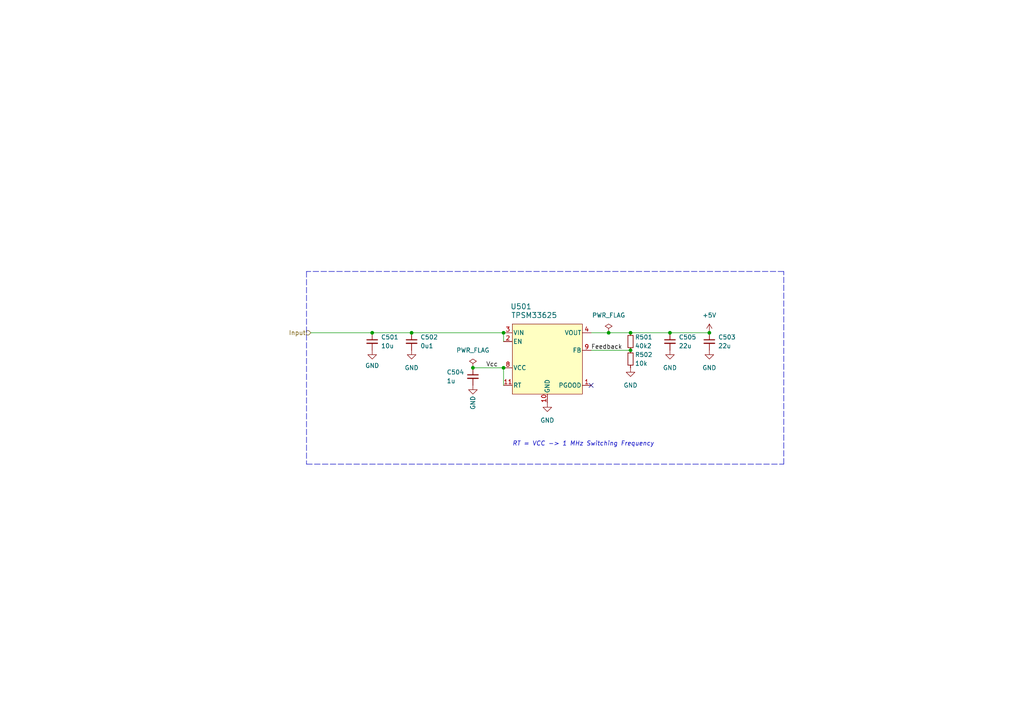
<source format=kicad_sch>
(kicad_sch (version 20231120) (generator "eeschema") (generator_version "8.0")
  (paper "A4")
  (title_block (title "Power Supply") (date "2023-08-08") (rev "2") (company "+5V"))
  (lib_symbols
    (symbol "Device:C_Small" (pin_numbers hide) (pin_names (offset 0.254) hide)
      (property "Reference" "C" (at 0.254 1.778 0))
      (property "Value" "C_Small" (at 0.254 -2.032 0))
      (symbol "C_Small_0_1"
        (polyline (pts (xy -1.524 -0.508) (xy 1.524 -0.508)) (stroke (width 0.3302)))
        (polyline (pts (xy -1.524 0.508) (xy 1.524 0.508)) (stroke (width 0.3048)))
      )
      (symbol "C_Small_1_1"
        (pin passive line (at 0 2.54 270) (length 2.032) (name "~") (number "1"))
        (pin passive line (at 0 -2.54 90) (length 2.032) (name "~") (number "2"))
      )
    )
    (symbol "Device:R_Small" (pin_numbers hide) (pin_names (offset 0.254) hide)
      (property "Reference" "R" (at 0.762 0.508 0))
      (property "Value" "R_Small" (at 0.762 -1.016 0))
      (symbol "R_Small_0_1"
        (rectangle (start -0.762 1.778) (end 0.762 -1.778) (stroke (width 0.2032)))
      )
      (symbol "R_Small_1_1"
        (pin passive line (at 0 2.54 270) (length 0.762) (name "~") (number "1"))
        (pin passive line (at 0 -2.54 90) (length 0.762) (name "~") (number "2"))
      )
    )
    (symbol "V2_Converter_DCDC:TPSM33625" (pin_names (offset 0.254))
      (property "Reference" "U" (at -7.62 15.24 0))
      (property "Value" "TPSM33625" (at -7.62 12.7 0))
      (symbol "TPSM33625_0_1"
        (rectangle (start -10.16 10.16) (end 10.16 -10.16) (fill (type background)))
      )
      (symbol "TPSM33625_1_1"
        (pin output line (at 12.7 -7.62 180) (length 2.54) (name "PGOOD") (number "1"))
        (pin power_in line (at 0 -12.7 90) (length 2.54) (name "GND") (number "10"))
        (pin input line (at -12.7 -7.62 0) (length 2.54) (name "RT") (number "11"))
        (pin input line (at -12.7 5.08 0) (length 2.54) (name "EN") (number "2"))
        (pin power_in line (at -12.7 7.62 0) (length 2.54) (name "VIN") (number "3"))
        (pin power_in line (at 12.7 7.62 180) (length 2.54) (name "VOUT") (number "4"))
        (pin no_connect line (at 0 -30.48 180) (length 2.54) hide (name "SW") (number "5"))
        (pin no_connect line (at 0 -33.02 180) (length 2.54) hide (name "SW") (number "6"))
        (pin no_connect line (at 0 -27.94 180) (length 2.54) hide (name "BOOT") (number "7"))
        (pin power_in line (at -12.7 -2.54 0) (length 2.54) (name "VCC") (number "8"))
        (pin bidirectional line (at 12.7 2.54 180) (length 2.54) (name "FB") (number "9"))
      )
    )
    (symbol "power:+5V" (power) (pin_names (offset 0))
      (property "Value" "+5V" (at 0 3.556 0))
      (symbol "+5V_0_1"
        (polyline (pts (xy -0.762 1.27) (xy 0 2.54)))
        (polyline (pts (xy 0 0) (xy 0 2.54)))
        (polyline (pts (xy 0 2.54) (xy 0.762 1.27)))
      )
      (symbol "+5V_1_1"
        (pin power_in line (at 0 0 90) (length 0) hide (name "+5V") (number "1"))
      )
    )
    (symbol "power:GND" (power) (pin_names (offset 0))
      (property "Value" "GND" (at 0 -3.81 0))
      (symbol "GND_0_1"
        (polyline (pts (xy 0 0) (xy 0 -1.27) (xy 1.27 -1.27) (xy 0 -2.54) (xy -1.27 -1.27) (xy 0 -1.27)))
      )
      (symbol "GND_1_1"
        (pin power_in line (at 0 0 270) (length 0) hide (name "GND") (number "1"))
      )
    )
    (symbol "power:PWR_FLAG" (power) (pin_numbers hide) (pin_names (offset 0) hide)
      (property "Value" "PWR_FLAG" (at 0 3.81 0))
      (symbol "PWR_FLAG_0_0"
        (pin power_out line (at 0 0 90) (length 0) (name "pwr") (number "1"))
      )
      (symbol "PWR_FLAG_0_1"
        (polyline (pts (xy 0 0) (xy 0 1.27) (xy -1.016 1.905) (xy 0 2.54) (xy 1.016 1.905) (xy 0 1.27)))
      )
    )
  )
  (junction (at 119.38 96.52))
  (junction (at 182.88 101.6))
  (junction (at 194.31 96.52))
  (junction (at 146.05 96.52))
  (junction (at 205.74 96.52))
  (junction (at 146.05 106.68))
  (junction (at 176.53 96.52))
  (junction (at 137.16 106.68))
  (junction (at 182.88 96.52))
  (junction (at 107.95 96.52))
  (no_connect (at 171.45 111.76))
  (polyline (pts (xy 88.9 134.62) (xy 227.33 134.62)) (stroke (width 0) (type dash)))
  (wire (pts (xy 182.88 96.52) (xy 194.31 96.52)))
  (wire (pts (xy 90.17 96.52) (xy 107.95 96.52)))
  (polyline (pts (xy 227.33 134.62) (xy 227.33 78.74)) (stroke (width 0) (type dash)))
  (polyline (pts (xy 88.9 78.74) (xy 88.9 134.62)) (stroke (width 0) (type dash)))
  (wire (pts (xy 146.05 106.68) (xy 146.05 111.76)))
  (wire (pts (xy 137.16 106.68) (xy 146.05 106.68)))
  (wire (pts (xy 119.38 96.52) (xy 146.05 96.52)))
  (polyline (pts (xy 227.33 78.74) (xy 88.9 78.74)) (stroke (width 0) (type dash)))
  (wire (pts (xy 176.53 96.52) (xy 182.88 96.52)))
  (wire (pts (xy 107.95 96.52) (xy 119.38 96.52)))
  (wire (pts (xy 171.45 101.6) (xy 182.88 101.6)))
  (wire (pts (xy 194.31 96.52) (xy 205.74 96.52)))
  (wire (pts (xy 171.45 96.52) (xy 176.53 96.52)))
  (wire (pts (xy 146.05 96.52) (xy 146.05 99.06)))
  (text "RT = VCC -> 1 MHz Switching Frequency" (at 148.59 129.54 0) (effects (font (size 1.27 1.27) (italic yes)) (justify left bottom)))
  (label "Feedback" (at 171.45 101.6 0))
  (label "Vcc" (at 140.97 106.68 0))
  (hierarchical_label "Input" (shape input) (at 90.17 96.52 180))
  (symbol (lib_id "power:GND") (at 194.31 101.6 0) (unit 1)
    (property "Reference" "#PWR0508" (effects (hide yes)))
    (property "Value" "GND" (at 194.31 106.68 0))
  )
  (symbol (lib_id "power:GND") (at 137.16 111.76 0) (unit 1)
    (property "Reference" "#PWR0506" (effects (hide yes)))
    (property "Value" "GND" (at 137.16 116.84 90))
  )
  (symbol (lib_id "Device:R_Small") (at 182.88 104.14 0) (unit 1)
    (property "Reference" "R502" (at 184.15 102.87 0) (effects (justify left)))
    (property "Value" "10k" (at 184.15 105.41 0) (effects (justify left)))
    (property "Footprint" "Resistor_SMD:R_0603_1608Metric" (effects (hide yes)))
  )
  (symbol (lib_id "V2_Converter_DCDC:TPSM33625") (at 158.75 104.14 0) (unit 1)
    (property "Reference" "U501" (at 151.13 88.9 0) (effects (font (size 1.524 1.524))))
    (property "Value" "TPSM33625" (at 154.94 91.44 0) (effects (font (size 1.524 1.524))))
    (property "Footprint" "V2_Converter_DCDC:TPSM33625" (effects (hide yes)))
  )
  (symbol (lib_id "Device:R_Small") (at 182.88 99.06 0) (unit 1)
    (property "Reference" "R501" (at 184.15 97.79 0) (effects (justify left)))
    (property "Value" "40k2" (at 184.15 100.33 0) (effects (justify left)))
    (property "Footprint" "Resistor_SMD:R_0603_1608Metric" (effects (hide yes)))
  )
  (symbol (lib_id "power:GND") (at 182.88 106.68 0) (unit 1)
    (property "Reference" "#PWR0505" (effects (hide yes)))
    (property "Value" "GND" (at 182.88 111.76 0))
  )
  (symbol (lib_id "power:GND") (at 119.38 101.6 0) (unit 1)
    (property "Reference" "#PWR0503" (effects (hide yes)))
    (property "Value" "GND" (at 119.38 106.68 0))
  )
  (symbol (lib_id "Device:C_Small") (at 107.95 99.06 0) (unit 1)
    (property "Reference" "C501" (at 110.49 97.79 0) (effects (justify left)))
    (property "Value" "10u" (at 110.49 100.33 0) (effects (justify left)))
    (property "Footprint" "Capacitor_SMD:C_1210_3225Metric" (effects (hide yes)))
  )
  (symbol (lib_id "Device:C_Small") (at 137.16 109.22 0) (unit 1)
    (property "Reference" "C504" (at 129.54 107.95 0) (effects (justify left)))
    (property "Value" "1u" (at 129.54 110.49 0) (effects (justify left)))
    (property "Footprint" "Capacitor_SMD:C_0603_1608Metric" (effects (hide yes)))
  )
  (symbol (lib_id "Device:C_Small") (at 194.31 99.06 0) (unit 1)
    (property "Reference" "C505" (at 196.85 97.79 0) (effects (justify left)))
    (property "Value" "22u" (at 196.85 100.33 0) (effects (justify left)))
    (property "Footprint" "Capacitor_SMD:C_1210_3225Metric" (effects (hide yes)))
  )
  (symbol (lib_id "power:PWR_FLAG") (at 137.16 106.68 0) (unit 1)
    (property "Reference" "#FLG0502" (effects (hide yes)))
    (property "Value" "PWR_FLAG" (at 137.16 101.6 0))
  )
  (symbol (lib_id "Device:C_Small") (at 119.38 99.06 0) (unit 1)
    (property "Reference" "C502" (at 121.92 97.79 0) (effects (justify left)))
    (property "Value" "0u1" (at 121.92 100.33 0) (effects (justify left)))
    (property "Footprint" "Capacitor_SMD:C_0603_1608Metric" (effects (hide yes)))
  )
  (symbol (lib_id "power:GND") (at 107.95 101.6 0) (unit 1)
    (property "Reference" "#PWR0502" (effects (hide yes)))
    (property "Value" "GND" (at 107.95 106.045 0))
  )
  (symbol (lib_id "power:GND") (at 205.74 101.6 0) (unit 1)
    (property "Reference" "#PWR0504" (effects (hide yes)))
    (property "Value" "GND" (at 205.74 106.68 0))
  )
  (symbol (lib_id "power:PWR_FLAG") (at 176.53 96.52 0) (unit 1)
    (property "Reference" "#FLG0501" (effects (hide yes)))
    (property "Value" "PWR_FLAG" (at 176.53 91.44 0))
  )
  (symbol (lib_id "power:+5V") (at 205.74 96.52 0) (unit 1)
    (property "Reference" "#PWR0501" (effects (hide yes)))
    (property "Value" "+5V" (at 205.74 91.44 0))
  )
  (symbol (lib_id "power:GND") (at 158.75 116.84 0) (unit 1)
    (property "Reference" "#PWR0507" (effects (hide yes)))
    (property "Value" "GND" (at 158.75 121.92 0))
  )
  (symbol (lib_id "Device:C_Small") (at 205.74 99.06 0) (unit 1)
    (property "Reference" "C503" (at 208.28 97.79 0) (effects (justify left)))
    (property "Value" "22u" (at 208.28 100.33 0) (effects (justify left)))
    (property "Footprint" "Capacitor_SMD:C_1210_3225Metric" (effects (hide yes)))
  )
)
</source>
